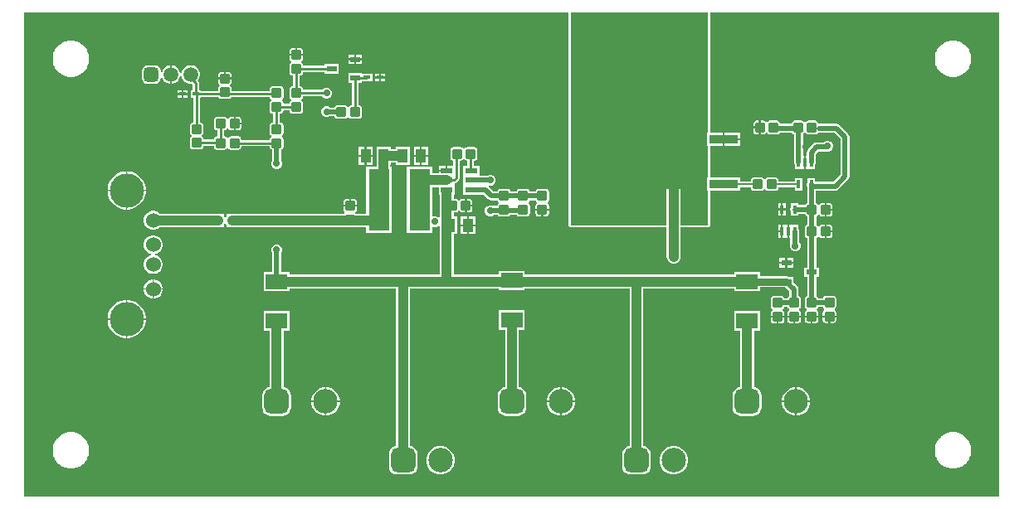
<source format=gtl>
G04*
G04 #@! TF.GenerationSoftware,Altium Limited,Altium Designer,23.4.1 (23)*
G04*
G04 Layer_Physical_Order=1*
G04 Layer_Color=255*
%FSLAX44Y44*%
%MOMM*%
G71*
G04*
G04 #@! TF.SameCoordinates,1CC85F37-83BB-4277-A685-93E53EEA7533*
G04*
G04*
G04 #@! TF.FilePolarity,Positive*
G04*
G01*
G75*
%ADD10C,0.2500*%
%ADD11C,0.2000*%
%ADD33R,1.1000X0.6000*%
G04:AMPARAMS|DCode=34|XSize=0.95mm|YSize=0.97mm|CornerRadius=0.095mm|HoleSize=0mm|Usage=FLASHONLY|Rotation=90.000|XOffset=0mm|YOffset=0mm|HoleType=Round|Shape=RoundedRectangle|*
%AMROUNDEDRECTD34*
21,1,0.9500,0.7800,0,0,90.0*
21,1,0.7600,0.9700,0,0,90.0*
1,1,0.1900,0.3900,0.3800*
1,1,0.1900,0.3900,-0.3800*
1,1,0.1900,-0.3900,-0.3800*
1,1,0.1900,-0.3900,0.3800*
%
%ADD34ROUNDEDRECTD34*%
G04:AMPARAMS|DCode=35|XSize=0.95mm|YSize=0.97mm|CornerRadius=0.095mm|HoleSize=0mm|Usage=FLASHONLY|Rotation=180.000|XOffset=0mm|YOffset=0mm|HoleType=Round|Shape=RoundedRectangle|*
%AMROUNDEDRECTD35*
21,1,0.9500,0.7800,0,0,180.0*
21,1,0.7600,0.9700,0,0,180.0*
1,1,0.1900,-0.3800,0.3900*
1,1,0.1900,0.3800,0.3900*
1,1,0.1900,0.3800,-0.3900*
1,1,0.1900,-0.3800,-0.3900*
%
%ADD35ROUNDEDRECTD35*%
%ADD36R,0.4000X0.9000*%
%ADD37R,7.3000X5.5500*%
%ADD38R,2.9500X0.9500*%
%ADD39R,0.7000X0.9000*%
%ADD40R,1.0500X1.4000*%
%ADD41R,2.2000X1.6000*%
%ADD42R,1.2500X0.6000*%
%ADD43R,0.6500X0.3000*%
%ADD44R,1.0000X0.6000*%
%ADD45R,2.1500X6.3000*%
%ADD46C,0.5000*%
%ADD47C,1.0000*%
%ADD48C,0.7500*%
%ADD49C,1.5240*%
%ADD50C,3.5000*%
G04:AMPARAMS|DCode=51|XSize=1.5mm|YSize=1.5mm|CornerRadius=0.375mm|HoleSize=0mm|Usage=FLASHONLY|Rotation=180.000|XOffset=0mm|YOffset=0mm|HoleType=Round|Shape=RoundedRectangle|*
%AMROUNDEDRECTD51*
21,1,1.5000,0.7500,0,0,180.0*
21,1,0.7500,1.5000,0,0,180.0*
1,1,0.7500,-0.3750,0.3750*
1,1,0.7500,0.3750,0.3750*
1,1,0.7500,0.3750,-0.3750*
1,1,0.7500,-0.3750,-0.3750*
%
%ADD51ROUNDEDRECTD51*%
%ADD52C,1.5000*%
G04:AMPARAMS|DCode=53|XSize=2.5mm|YSize=2.5mm|CornerRadius=0.625mm|HoleSize=0mm|Usage=FLASHONLY|Rotation=90.000|XOffset=0mm|YOffset=0mm|HoleType=Round|Shape=RoundedRectangle|*
%AMROUNDEDRECTD53*
21,1,2.5000,1.2500,0,0,90.0*
21,1,1.2500,2.5000,0,0,90.0*
1,1,1.2500,0.6250,0.6250*
1,1,1.2500,0.6250,-0.6250*
1,1,1.2500,-0.6250,-0.6250*
1,1,1.2500,-0.6250,0.6250*
%
%ADD53ROUNDEDRECTD53*%
%ADD54C,2.5000*%
%ADD55C,0.7000*%
G36*
X997515Y2612D02*
X2612D01*
Y497515D01*
X557961D01*
Y280000D01*
X558116Y279220D01*
X558558Y278558D01*
X559220Y278116D01*
X560000Y277961D01*
X657940D01*
Y266000D01*
Y257000D01*
Y248000D01*
X658180Y246173D01*
X658885Y244470D01*
X660007Y243008D01*
X661470Y241886D01*
X663173Y241180D01*
X665000Y240940D01*
X666827Y241180D01*
X668530Y241886D01*
X669992Y243008D01*
X671115Y244470D01*
X671820Y246173D01*
X672060Y248000D01*
Y257000D01*
Y266000D01*
Y277961D01*
X700000D01*
X700780Y278116D01*
X701442Y278558D01*
X701572Y278688D01*
X702014Y279349D01*
X702169Y280130D01*
Y315650D01*
X732750D01*
Y318941D01*
X744092D01*
Y318100D01*
X744321Y316949D01*
X744973Y315973D01*
X745949Y315321D01*
X747100Y315092D01*
X754700D01*
X755851Y315321D01*
X756827Y315973D01*
X757294Y316673D01*
X757732Y316771D01*
X758268D01*
X758706Y316673D01*
X759173Y315973D01*
X760149Y315321D01*
X761300Y315092D01*
X768900D01*
X770051Y315321D01*
X771027Y315973D01*
X771679Y316949D01*
X771908Y318100D01*
Y318941D01*
X788500D01*
Y315250D01*
X796500D01*
Y328250D01*
X788500D01*
Y325059D01*
X771908D01*
Y325900D01*
X771679Y327051D01*
X771027Y328027D01*
X770051Y328679D01*
X768900Y328908D01*
X761300D01*
X760149Y328679D01*
X759173Y328027D01*
X758706Y327327D01*
X758268Y327229D01*
X757732D01*
X757294Y327327D01*
X756827Y328027D01*
X755851Y328679D01*
X754700Y328908D01*
X747100D01*
X745949Y328679D01*
X744973Y328027D01*
X744321Y327051D01*
X744092Y325900D01*
Y325059D01*
X732750D01*
Y329150D01*
X702169D01*
Y361250D01*
X715000D01*
Y368000D01*
Y374750D01*
X702169D01*
Y497515D01*
X997515D01*
Y2612D01*
D02*
G37*
G36*
X700130Y374750D02*
X699250D01*
Y361250D01*
X700130D01*
Y329150D01*
X699250D01*
Y315650D01*
X700130D01*
Y280130D01*
X700000Y280000D01*
X672060D01*
Y333200D01*
X671820Y335027D01*
X671115Y336730D01*
X669992Y338192D01*
X657992Y350192D01*
X656530Y351315D01*
X654827Y352020D01*
X653000Y352260D01*
X651173Y352020D01*
X649470Y351315D01*
X648008Y350192D01*
X646886Y348730D01*
X646180Y347027D01*
X645940Y345200D01*
X646180Y343373D01*
X646886Y341670D01*
X648008Y340207D01*
X657940Y330275D01*
Y280000D01*
X560000D01*
Y497515D01*
X700130D01*
Y374750D01*
D02*
G37*
%LPC*%
G36*
X283900Y461008D02*
X281000D01*
Y455200D01*
X286908D01*
Y458000D01*
X286679Y459151D01*
X286027Y460127D01*
X285051Y460779D01*
X283900Y461008D01*
D02*
G37*
G36*
X279000D02*
X276100D01*
X274949Y460779D01*
X273973Y460127D01*
X273321Y459151D01*
X273092Y458000D01*
Y455200D01*
X279000D01*
Y461008D01*
D02*
G37*
G36*
X347000Y454500D02*
X341000D01*
Y450500D01*
X347000D01*
Y454500D01*
D02*
G37*
G36*
X339000D02*
X333000D01*
Y450500D01*
X339000D01*
Y454500D01*
D02*
G37*
G36*
X347000Y448500D02*
X341000D01*
Y444500D01*
X347000D01*
Y448500D01*
D02*
G37*
G36*
X339000D02*
X333000D01*
Y444500D01*
X339000D01*
Y448500D01*
D02*
G37*
G36*
X371000Y434500D02*
X366750D01*
Y432000D01*
X371000D01*
Y434500D01*
D02*
G37*
G36*
X364750D02*
X360500D01*
Y432000D01*
X364750D01*
Y434500D01*
D02*
G37*
G36*
X951639Y468613D02*
X948488D01*
X948241Y468563D01*
X947990D01*
X944899Y467949D01*
X944667Y467853D01*
X944421Y467804D01*
X941509Y466597D01*
X941301Y466458D01*
X941068Y466362D01*
X938448Y464611D01*
X938270Y464433D01*
X938062Y464294D01*
X935833Y462065D01*
X935694Y461856D01*
X935516Y461679D01*
X933765Y459058D01*
X933669Y458826D01*
X933530Y458618D01*
X932323Y455706D01*
X932274Y455460D01*
X932178Y455228D01*
X931563Y452137D01*
Y451886D01*
X931515Y451639D01*
Y448488D01*
X931563Y448241D01*
Y447990D01*
X932178Y444899D01*
X932274Y444667D01*
X932323Y444421D01*
X933530Y441509D01*
X933669Y441301D01*
X933765Y441068D01*
X935516Y438448D01*
X935694Y438270D01*
X935833Y438062D01*
X938062Y435833D01*
X938270Y435694D01*
X938448Y435516D01*
X941068Y433765D01*
X941301Y433669D01*
X941509Y433530D01*
X944421Y432323D01*
X944667Y432274D01*
X944899Y432178D01*
X947990Y431563D01*
X948241D01*
X948488Y431515D01*
X951639D01*
X951886Y431563D01*
X952137D01*
X955228Y432178D01*
X955460Y432274D01*
X955706Y432323D01*
X958618Y433530D01*
X958827Y433669D01*
X959058Y433765D01*
X961679Y435516D01*
X961857Y435694D01*
X962065Y435833D01*
X964294Y438062D01*
X964433Y438270D01*
X964611Y438448D01*
X966362Y441068D01*
X966458Y441301D01*
X966597Y441509D01*
X967803Y444421D01*
X967852Y444667D01*
X967949Y444899D01*
X968564Y447990D01*
Y448242D01*
X968612Y448488D01*
Y451639D01*
X968564Y451885D01*
Y452137D01*
X967949Y455228D01*
X967852Y455460D01*
X967803Y455706D01*
X966597Y458618D01*
X966458Y458826D01*
X966362Y459058D01*
X964611Y461679D01*
X964433Y461857D01*
X964294Y462065D01*
X962065Y464294D01*
X961857Y464433D01*
X961679Y464611D01*
X959058Y466362D01*
X958826Y466458D01*
X958618Y466597D01*
X955706Y467804D01*
X955460Y467853D01*
X955228Y467949D01*
X952137Y468563D01*
X951886D01*
X951639Y468613D01*
D02*
G37*
G36*
X51639D02*
X48488D01*
X48242Y468563D01*
X47990D01*
X44899Y467949D01*
X44667Y467853D01*
X44421Y467804D01*
X41509Y466597D01*
X41301Y466458D01*
X41069Y466362D01*
X38448Y464611D01*
X38270Y464433D01*
X38062Y464294D01*
X35833Y462065D01*
X35694Y461856D01*
X35516Y461679D01*
X33765Y459058D01*
X33669Y458826D01*
X33530Y458618D01*
X32323Y455706D01*
X32274Y455460D01*
X32178Y455228D01*
X31563Y452137D01*
Y451886D01*
X31514Y451639D01*
Y448488D01*
X31563Y448241D01*
Y447990D01*
X32178Y444899D01*
X32274Y444667D01*
X32323Y444421D01*
X33530Y441509D01*
X33669Y441301D01*
X33765Y441068D01*
X35516Y438448D01*
X35694Y438270D01*
X35833Y438062D01*
X38062Y435833D01*
X38270Y435694D01*
X38448Y435516D01*
X41069Y433765D01*
X41301Y433669D01*
X41509Y433530D01*
X44421Y432323D01*
X44667Y432274D01*
X44899Y432178D01*
X47990Y431563D01*
X48241D01*
X48488Y431515D01*
X51639D01*
X51886Y431563D01*
X52137D01*
X55228Y432178D01*
X55460Y432274D01*
X55706Y432323D01*
X58618Y433530D01*
X58826Y433669D01*
X59058Y433765D01*
X61679Y435516D01*
X61857Y435694D01*
X62065Y435833D01*
X64294Y438062D01*
X64433Y438270D01*
X64611Y438448D01*
X66362Y441068D01*
X66458Y441301D01*
X66597Y441509D01*
X67804Y444421D01*
X67853Y444667D01*
X67949Y444899D01*
X68563Y447990D01*
Y448242D01*
X68612Y448488D01*
Y451639D01*
X68563Y451885D01*
Y452137D01*
X67949Y455228D01*
X67853Y455460D01*
X67804Y455706D01*
X66597Y458618D01*
X66458Y458826D01*
X66362Y459058D01*
X64611Y461679D01*
X64433Y461857D01*
X64294Y462065D01*
X62065Y464294D01*
X61856Y464433D01*
X61679Y464611D01*
X59058Y466362D01*
X58826Y466458D01*
X58618Y466597D01*
X55706Y467804D01*
X55460Y467853D01*
X55228Y467949D01*
X52137Y468563D01*
X51885D01*
X51639Y468613D01*
D02*
G37*
G36*
X210900Y436808D02*
X208000D01*
Y431000D01*
X213908D01*
Y433800D01*
X213679Y434951D01*
X213027Y435927D01*
X212051Y436579D01*
X210900Y436808D01*
D02*
G37*
G36*
X206000D02*
X203100D01*
X201949Y436579D01*
X200973Y435927D01*
X200321Y434951D01*
X200092Y433800D01*
Y431000D01*
X206000D01*
Y436808D01*
D02*
G37*
G36*
X371000Y430000D02*
X366750D01*
Y427500D01*
X371000D01*
Y430000D01*
D02*
G37*
G36*
X364750D02*
X360500D01*
Y427500D01*
X364750D01*
Y430000D01*
D02*
G37*
G36*
X135900Y443613D02*
X128400D01*
X126157Y443166D01*
X124255Y441895D01*
X122984Y439994D01*
X122537Y437750D01*
Y430250D01*
X122984Y428007D01*
X124255Y426105D01*
X126157Y424834D01*
X128400Y424387D01*
X135900D01*
X138144Y424834D01*
X140045Y426105D01*
X141316Y428007D01*
X141763Y430250D01*
Y431154D01*
X143033Y431321D01*
X143297Y430333D01*
X144548Y428167D01*
X146317Y426398D01*
X148483Y425147D01*
X150899Y424500D01*
X151400D01*
Y434000D01*
Y443500D01*
X150899D01*
X148483Y442853D01*
X146317Y441602D01*
X144548Y439833D01*
X143297Y437667D01*
X143033Y436679D01*
X141763Y436846D01*
Y437750D01*
X141316Y439994D01*
X140045Y441895D01*
X138144Y443166D01*
X135900Y443613D01*
D02*
G37*
G36*
X169400Y417500D02*
X165150D01*
Y415000D01*
X169400D01*
Y417500D01*
D02*
G37*
G36*
X163150D02*
X158900D01*
Y415000D01*
X163150D01*
Y417500D01*
D02*
G37*
G36*
X169400Y413000D02*
X165150D01*
Y410500D01*
X169400D01*
Y413000D01*
D02*
G37*
G36*
X163150D02*
X158900D01*
Y410500D01*
X163150D01*
Y413000D01*
D02*
G37*
G36*
X286908Y453200D02*
X280000D01*
X273092D01*
Y450400D01*
X273321Y449249D01*
X273973Y448273D01*
X274673Y447806D01*
X274771Y447368D01*
Y446832D01*
X274673Y446394D01*
X273973Y445927D01*
X273321Y444951D01*
X273092Y443800D01*
Y436200D01*
X273321Y435049D01*
X273973Y434073D01*
X274949Y433421D01*
X276100Y433192D01*
X276686D01*
Y421908D01*
X276100D01*
X274949Y421679D01*
X273973Y421027D01*
X273321Y420051D01*
X273092Y418900D01*
Y411300D01*
X273321Y410149D01*
X273973Y409173D01*
X274673Y408706D01*
X274771Y408268D01*
Y407732D01*
X274673Y407294D01*
X273973Y406827D01*
X273321Y405851D01*
X273092Y404700D01*
Y404214D01*
X266908D01*
Y404700D01*
X266679Y405851D01*
X266027Y406827D01*
X265327Y407294D01*
X265229Y407732D01*
Y408268D01*
X265327Y408706D01*
X266027Y409173D01*
X266679Y410149D01*
X266908Y411300D01*
Y418900D01*
X266679Y420051D01*
X266027Y421027D01*
X265051Y421679D01*
X263900Y421908D01*
X256100D01*
X254949Y421679D01*
X253973Y421027D01*
X253321Y420051D01*
X253092Y418900D01*
Y417314D01*
X213908D01*
Y419600D01*
X213679Y420751D01*
X213027Y421727D01*
X212327Y422194D01*
X212229Y422632D01*
Y423168D01*
X212327Y423606D01*
X213027Y424073D01*
X213679Y425049D01*
X213908Y426200D01*
Y429000D01*
X207000D01*
X200092D01*
Y426200D01*
X200321Y425049D01*
X200973Y424073D01*
X201673Y423606D01*
X201771Y423168D01*
Y422632D01*
X201673Y422194D01*
X200973Y421727D01*
X200321Y420751D01*
X200092Y419600D01*
Y417314D01*
X182900D01*
Y417500D01*
X180964D01*
Y425117D01*
X180711Y426386D01*
X179993Y427461D01*
X179519Y427934D01*
X179752Y428167D01*
X181003Y430333D01*
X181650Y432749D01*
Y435251D01*
X181003Y437667D01*
X179752Y439833D01*
X177983Y441602D01*
X175817Y442853D01*
X173401Y443500D01*
X170899D01*
X168483Y442853D01*
X166317Y441602D01*
X164548Y439833D01*
X163297Y437667D01*
X162807Y435838D01*
X161493D01*
X161003Y437667D01*
X159752Y439833D01*
X157983Y441602D01*
X155817Y442853D01*
X153401Y443500D01*
X152900D01*
Y434000D01*
Y424500D01*
X153401D01*
X155817Y425147D01*
X157983Y426398D01*
X159752Y428167D01*
X161003Y430333D01*
X161493Y432162D01*
X162807D01*
X163297Y430333D01*
X164548Y428167D01*
X166317Y426398D01*
X168483Y425147D01*
X170899Y424500D01*
X173401D01*
X174336Y423668D01*
Y417500D01*
X172400D01*
Y410500D01*
X174915D01*
Y385140D01*
X174329D01*
X173178Y384911D01*
X172202Y384259D01*
X171550Y383283D01*
X171321Y382132D01*
Y374532D01*
X171550Y373381D01*
X172202Y372405D01*
X172902Y371937D01*
X173000Y371500D01*
Y370964D01*
X172902Y370526D01*
X172202Y370059D01*
X171550Y369083D01*
X171321Y367932D01*
Y360332D01*
X171550Y359181D01*
X172202Y358205D01*
X173178Y357553D01*
X174329Y357324D01*
X182129D01*
X183280Y357553D01*
X184255Y358205D01*
X184907Y359181D01*
X185136Y360332D01*
Y360802D01*
X196092D01*
Y360100D01*
X196321Y358949D01*
X196973Y357973D01*
X197949Y357321D01*
X199100Y357092D01*
X206700D01*
X207851Y357321D01*
X208827Y357973D01*
X209294Y358673D01*
X209732Y358771D01*
X210268D01*
X210706Y358673D01*
X211173Y357973D01*
X212149Y357321D01*
X213300Y357092D01*
X220900D01*
X222051Y357321D01*
X223027Y357973D01*
X223679Y358949D01*
X223908Y360100D01*
Y360686D01*
X253092D01*
Y360200D01*
X253321Y359049D01*
X253973Y358073D01*
X254949Y357421D01*
X255412Y357329D01*
Y346190D01*
X255337Y346115D01*
X254500Y344094D01*
Y341906D01*
X255337Y339884D01*
X256884Y338337D01*
X258906Y337500D01*
X261094D01*
X263116Y338337D01*
X264663Y339884D01*
X265500Y341906D01*
Y344094D01*
X264663Y346115D01*
X264588Y346190D01*
Y357329D01*
X265051Y357421D01*
X266027Y358073D01*
X266679Y359049D01*
X266908Y360200D01*
Y367800D01*
X266679Y368951D01*
X266027Y369927D01*
X265327Y370394D01*
X265229Y370832D01*
Y371368D01*
X265327Y371806D01*
X266027Y372273D01*
X266679Y373249D01*
X266908Y374400D01*
Y382000D01*
X266679Y383151D01*
X266027Y384127D01*
X265051Y384779D01*
X263900Y385008D01*
X263314D01*
Y394092D01*
X263900D01*
X265051Y394321D01*
X266027Y394973D01*
X266679Y395949D01*
X266908Y397100D01*
Y397586D01*
X273092D01*
Y397100D01*
X273321Y395949D01*
X273973Y394973D01*
X274949Y394321D01*
X276100Y394092D01*
X283900D01*
X285051Y394321D01*
X286027Y394973D01*
X286679Y395949D01*
X286908Y397100D01*
Y404700D01*
X286679Y405851D01*
X286027Y406827D01*
X285327Y407294D01*
X285229Y407732D01*
Y408268D01*
X285327Y408706D01*
X286027Y409173D01*
X286679Y410149D01*
X286908Y411300D01*
Y411686D01*
X306535D01*
X307885Y410337D01*
X309906Y409500D01*
X312094D01*
X314116Y410337D01*
X315663Y411884D01*
X316500Y413906D01*
Y416094D01*
X315663Y418116D01*
X314116Y419663D01*
X312094Y420500D01*
X309906D01*
X307885Y419663D01*
X306535Y418314D01*
X286908D01*
Y418900D01*
X286679Y420051D01*
X286027Y421027D01*
X285051Y421679D01*
X283900Y421908D01*
X283314D01*
Y433192D01*
X283900D01*
X285051Y433421D01*
X286027Y434073D01*
X286679Y435049D01*
X286908Y436200D01*
Y436686D01*
X309000D01*
Y435000D01*
X323000D01*
Y445000D01*
X309000D01*
Y443314D01*
X286908D01*
Y443800D01*
X286679Y444951D01*
X286027Y445927D01*
X285327Y446394D01*
X285229Y446832D01*
Y447368D01*
X285327Y447806D01*
X286027Y448273D01*
X286679Y449249D01*
X286908Y450400D01*
Y453200D01*
D02*
G37*
G36*
X347000Y435500D02*
X333000D01*
Y425500D01*
X336686D01*
Y402408D01*
X336200D01*
X335049Y402179D01*
X334073Y401527D01*
X333606Y400827D01*
X333168Y400729D01*
X332632D01*
X332194Y400827D01*
X331727Y401527D01*
X330751Y402179D01*
X329600Y402408D01*
X322000D01*
X320849Y402179D01*
X319873Y401527D01*
X319221Y400551D01*
X319179Y400338D01*
X314440D01*
X314116Y400663D01*
X312094Y401500D01*
X309906D01*
X307885Y400663D01*
X306337Y399115D01*
X305500Y397094D01*
Y394906D01*
X306337Y392884D01*
X307885Y391337D01*
X309906Y390500D01*
X312094D01*
X313692Y391162D01*
X319079D01*
X319221Y390449D01*
X319873Y389473D01*
X320849Y388821D01*
X322000Y388592D01*
X329600D01*
X330751Y388821D01*
X331727Y389473D01*
X332194Y390173D01*
X332632Y390271D01*
X333168D01*
X333606Y390173D01*
X334073Y389473D01*
X335049Y388821D01*
X336200Y388592D01*
X343800D01*
X344951Y388821D01*
X345927Y389473D01*
X346579Y390449D01*
X346808Y391600D01*
Y399400D01*
X346579Y400551D01*
X345927Y401527D01*
X344951Y402179D01*
X343800Y402408D01*
X343314D01*
Y425500D01*
X347000D01*
Y427436D01*
X352000D01*
X352320Y427500D01*
X357500D01*
Y434500D01*
X347000D01*
Y435500D01*
D02*
G37*
G36*
X809900Y386908D02*
X802300D01*
X801149Y386679D01*
X800173Y386027D01*
X799706Y385327D01*
X799268Y385229D01*
X798732D01*
X798294Y385327D01*
X797827Y386027D01*
X796851Y386679D01*
X795700Y386908D01*
X788100D01*
X786949Y386679D01*
X785973Y386027D01*
X785321Y385051D01*
X785092Y383900D01*
Y383588D01*
X773908D01*
Y383900D01*
X773679Y385051D01*
X773027Y386027D01*
X772051Y386679D01*
X770900Y386908D01*
X763300D01*
X762149Y386679D01*
X761173Y386027D01*
X760706Y385327D01*
X760268Y385229D01*
X759732D01*
X759294Y385327D01*
X758827Y386027D01*
X757851Y386679D01*
X756700Y386908D01*
X753900D01*
Y380000D01*
Y373092D01*
X756700D01*
X757851Y373321D01*
X758827Y373973D01*
X759294Y374673D01*
X759732Y374771D01*
X760268D01*
X760706Y374673D01*
X761173Y373973D01*
X762149Y373321D01*
X763300Y373092D01*
X770900D01*
X772051Y373321D01*
X773027Y373973D01*
X773320Y374412D01*
X785680D01*
X785973Y373973D01*
X786949Y373321D01*
X787912Y373130D01*
Y344250D01*
X788261Y342494D01*
X788500Y342137D01*
Y337750D01*
X798000D01*
Y344250D01*
Y350750D01*
X797088D01*
Y373480D01*
X797827Y373973D01*
X798294Y374673D01*
X798732Y374771D01*
X799268D01*
X799706Y374673D01*
X800173Y373973D01*
X801149Y373321D01*
X802300Y373092D01*
X809900D01*
X811051Y373321D01*
X812027Y373973D01*
X812423Y374566D01*
X813200Y374412D01*
X829100D01*
X835412Y368100D01*
Y331900D01*
X828100Y324588D01*
X809500D01*
Y328250D01*
X801500D01*
Y323863D01*
X801261Y323506D01*
X800912Y321750D01*
Y320500D01*
X801212Y318992D01*
Y302691D01*
X801149Y302679D01*
X800173Y302027D01*
X799521Y301051D01*
X799454Y300713D01*
X792500D01*
Y302750D01*
X784500D01*
Y298363D01*
X784261Y298006D01*
X783912Y296250D01*
X784261Y294494D01*
X784500Y294137D01*
Y289750D01*
X792500D01*
Y291537D01*
X799404D01*
X799521Y290949D01*
X800173Y289973D01*
X801149Y289321D01*
X801462Y289259D01*
Y280781D01*
X800949Y280679D01*
X799973Y280027D01*
X799321Y279051D01*
X799092Y277900D01*
Y270100D01*
X799321Y268949D01*
X799973Y267973D01*
X800949Y267321D01*
X801462Y267219D01*
Y237000D01*
X798500D01*
Y227000D01*
X801412D01*
Y207771D01*
X800949Y207679D01*
X799973Y207027D01*
X799321Y206051D01*
X799092Y204900D01*
Y197300D01*
X799321Y196149D01*
X799973Y195173D01*
X800673Y194706D01*
X800771Y194268D01*
Y193732D01*
X800673Y193294D01*
X799973Y192827D01*
X799321Y191851D01*
X799092Y190700D01*
Y187900D01*
X806000D01*
X812908D01*
Y190700D01*
X812679Y191851D01*
X812027Y192827D01*
X811327Y193294D01*
X811229Y193732D01*
Y194268D01*
X811327Y194706D01*
X812027Y195173D01*
X812679Y196149D01*
X812751Y196512D01*
X817249D01*
X817321Y196149D01*
X817973Y195173D01*
X818673Y194706D01*
X818771Y194268D01*
Y193732D01*
X818673Y193294D01*
X817973Y192827D01*
X817321Y191851D01*
X817092Y190700D01*
Y187900D01*
X824000D01*
X830908D01*
Y190700D01*
X830679Y191851D01*
X830027Y192827D01*
X829327Y193294D01*
X829229Y193732D01*
Y194268D01*
X829327Y194706D01*
X830027Y195173D01*
X830679Y196149D01*
X830908Y197300D01*
Y204900D01*
X830679Y206051D01*
X830027Y207027D01*
X829051Y207679D01*
X827900Y207908D01*
X820100D01*
X818949Y207679D01*
X817973Y207027D01*
X817321Y206051D01*
X817249Y205688D01*
X812751D01*
X812679Y206051D01*
X812027Y207027D01*
X811051Y207679D01*
X810588Y207771D01*
Y227000D01*
X813500D01*
Y237000D01*
X810638D01*
Y267279D01*
X810851Y267321D01*
X811827Y267973D01*
X812294Y268673D01*
X812732Y268771D01*
X813268D01*
X813706Y268673D01*
X814173Y267973D01*
X815149Y267321D01*
X816300Y267092D01*
X819100D01*
Y274000D01*
Y280908D01*
X816300D01*
X815149Y280679D01*
X814173Y280027D01*
X813706Y279327D01*
X813268Y279229D01*
X812732D01*
X812294Y279327D01*
X811827Y280027D01*
X810851Y280679D01*
X810638Y280721D01*
Y289239D01*
X811051Y289321D01*
X812027Y289973D01*
X812495Y290673D01*
X812932Y290771D01*
X813468D01*
X813906Y290673D01*
X814373Y289973D01*
X815349Y289321D01*
X816500Y289092D01*
X819300D01*
Y296000D01*
Y302908D01*
X816500D01*
X815349Y302679D01*
X814373Y302027D01*
X813906Y301327D01*
X813468Y301229D01*
X812932D01*
X812495Y301327D01*
X812027Y302027D01*
X811051Y302679D01*
X810388Y302811D01*
Y315412D01*
X830000D01*
X831756Y315761D01*
X833244Y316756D01*
X843244Y326756D01*
X844239Y328244D01*
X844588Y330000D01*
Y370000D01*
X844239Y371756D01*
X843244Y373244D01*
X834244Y382244D01*
X832756Y383239D01*
X831000Y383588D01*
X813200D01*
X812908Y383828D01*
Y383900D01*
X812679Y385051D01*
X812027Y386027D01*
X811051Y386679D01*
X809900Y386908D01*
D02*
G37*
G36*
X751900D02*
X749100D01*
X747949Y386679D01*
X746973Y386027D01*
X746321Y385051D01*
X746092Y383900D01*
Y381000D01*
X751900D01*
Y386908D01*
D02*
G37*
G36*
Y379000D02*
X746092D01*
Y376100D01*
X746321Y374949D01*
X746973Y373973D01*
X747949Y373321D01*
X749100Y373092D01*
X751900D01*
Y379000D01*
D02*
G37*
G36*
X732750Y374750D02*
X717000D01*
Y369000D01*
X732750D01*
Y374750D01*
D02*
G37*
G36*
Y367000D02*
X717000D01*
Y361250D01*
X732750D01*
Y367000D01*
D02*
G37*
G36*
X461900Y359908D02*
X454300D01*
X453149Y359679D01*
X452173Y359027D01*
X451706Y358327D01*
X451268Y358229D01*
X450732D01*
X450294Y358327D01*
X449827Y359027D01*
X448851Y359679D01*
X447700Y359908D01*
X440100D01*
X438949Y359679D01*
X437973Y359027D01*
X437321Y358051D01*
X437092Y356900D01*
Y349100D01*
X437321Y347949D01*
X437973Y346973D01*
X438949Y346321D01*
X439936Y346125D01*
Y340500D01*
X434500D01*
Y335500D01*
X433500D01*
Y334500D01*
X425250D01*
Y333060D01*
X418500D01*
Y339500D01*
X393000D01*
Y272500D01*
X418500D01*
Y278053D01*
X419556Y278758D01*
X420406Y278406D01*
X422594D01*
X424616Y279243D01*
X425170Y279797D01*
X426440Y279271D01*
Y229660D01*
X273000D01*
Y232600D01*
X264588D01*
Y251810D01*
X264663Y251884D01*
X265500Y253906D01*
Y256094D01*
X264663Y258116D01*
X263116Y259663D01*
X261094Y260500D01*
X258906D01*
X256884Y259663D01*
X255337Y258116D01*
X254500Y256094D01*
Y253906D01*
X255337Y251884D01*
X255412Y251810D01*
Y232600D01*
X247000D01*
Y212600D01*
X273000D01*
Y215540D01*
X381940D01*
Y54465D01*
X380596Y54288D01*
X378589Y53456D01*
X376866Y52134D01*
X375544Y50411D01*
X374712Y48404D01*
X374429Y46250D01*
Y33750D01*
X374712Y31596D01*
X375544Y29589D01*
X376866Y27866D01*
X378589Y26544D01*
X380596Y25712D01*
X382750Y25429D01*
X395250D01*
X397404Y25712D01*
X399411Y26544D01*
X401134Y27866D01*
X402456Y29589D01*
X403288Y31596D01*
X403571Y33750D01*
Y46250D01*
X403288Y48404D01*
X402456Y50411D01*
X401134Y52134D01*
X399411Y53456D01*
X397404Y54288D01*
X396060Y54465D01*
Y215540D01*
X487000D01*
Y213600D01*
X513000D01*
Y215540D01*
X619940D01*
Y54465D01*
X618596Y54288D01*
X616589Y53456D01*
X614866Y52134D01*
X613544Y50411D01*
X612712Y48404D01*
X612429Y46250D01*
Y33750D01*
X612712Y31596D01*
X613544Y29589D01*
X614866Y27866D01*
X616589Y26544D01*
X618596Y25712D01*
X620750Y25429D01*
X633250D01*
X635404Y25712D01*
X637411Y26544D01*
X639134Y27866D01*
X640456Y29589D01*
X641288Y31596D01*
X641571Y33750D01*
Y46250D01*
X641288Y48404D01*
X640456Y50411D01*
X639134Y52134D01*
X637411Y53456D01*
X635404Y54288D01*
X634060Y54465D01*
Y215540D01*
X727000D01*
Y212600D01*
X753000D01*
Y216737D01*
X778634D01*
X779338Y216673D01*
X783312Y212700D01*
Y207751D01*
X782949Y207679D01*
X781973Y207027D01*
X781321Y206051D01*
X781229Y205588D01*
X777751D01*
X777679Y205951D01*
X777027Y206927D01*
X776051Y207579D01*
X774900Y207808D01*
X767100D01*
X765949Y207579D01*
X764973Y206927D01*
X764321Y205951D01*
X764092Y204800D01*
Y197200D01*
X764321Y196049D01*
X764973Y195073D01*
X765673Y194606D01*
X765771Y194168D01*
Y193632D01*
X765673Y193194D01*
X764973Y192727D01*
X764321Y191751D01*
X764092Y190600D01*
Y187800D01*
X771000D01*
X777908D01*
Y190600D01*
X777679Y191751D01*
X777027Y192727D01*
X776327Y193194D01*
X776229Y193632D01*
Y194168D01*
X776327Y194606D01*
X777027Y195073D01*
X777679Y196049D01*
X777751Y196412D01*
X781269D01*
X781321Y196149D01*
X781973Y195173D01*
X782673Y194706D01*
X782771Y194268D01*
Y193732D01*
X782673Y193294D01*
X781973Y192827D01*
X781321Y191851D01*
X781092Y190700D01*
Y187900D01*
X788000D01*
X794908D01*
Y190700D01*
X794679Y191851D01*
X794027Y192827D01*
X793327Y193294D01*
X793229Y193732D01*
Y194268D01*
X793327Y194706D01*
X794027Y195173D01*
X794679Y196149D01*
X794908Y197300D01*
Y204900D01*
X794679Y206051D01*
X794027Y207027D01*
X793051Y207679D01*
X792488Y207791D01*
Y214600D01*
X792139Y216356D01*
X791144Y217844D01*
X787500Y221489D01*
Y227500D01*
X782961D01*
X782725Y227691D01*
X780531Y228339D01*
X779431Y228439D01*
X779164Y228410D01*
X778900Y228463D01*
X753000D01*
Y232600D01*
X727000D01*
Y229660D01*
X513000D01*
Y233600D01*
X487000D01*
Y229660D01*
X440560D01*
Y271000D01*
X444000D01*
Y289000D01*
X440560D01*
Y293092D01*
X442700D01*
X443851Y293321D01*
X444827Y293973D01*
X445294Y294673D01*
X445732Y294771D01*
X446268D01*
X446706Y294673D01*
X447173Y293973D01*
X448149Y293321D01*
X449300Y293092D01*
X452100D01*
Y300000D01*
Y306908D01*
X449300D01*
X448149Y306679D01*
X447173Y306027D01*
X446706Y305327D01*
X446268Y305229D01*
X445732D01*
X445294Y305327D01*
X444827Y306027D01*
X443851Y306679D01*
X442700Y306908D01*
X440560D01*
Y311500D01*
X441750D01*
Y322836D01*
X442268Y322939D01*
X443343Y323657D01*
X445593Y325907D01*
X446311Y326982D01*
X446564Y328250D01*
Y346092D01*
X447700D01*
X448851Y346321D01*
X449827Y346973D01*
X450294Y347673D01*
X450732Y347771D01*
X451268D01*
X451706Y347673D01*
X452173Y346973D01*
X453149Y346321D01*
X454300Y346092D01*
X454786D01*
Y340500D01*
X450250D01*
Y330500D01*
Y321000D01*
Y311500D01*
X458557D01*
X459000Y311412D01*
X471100D01*
X475656Y306856D01*
X477144Y305861D01*
X478900Y305512D01*
X485249D01*
X485321Y305149D01*
X485973Y304173D01*
X486673Y303706D01*
X486771Y303268D01*
Y302732D01*
X486673Y302294D01*
X485973Y301827D01*
X485321Y300851D01*
X485159Y300038D01*
X480209D01*
X479094Y300500D01*
X476906D01*
X474884Y299663D01*
X473337Y298116D01*
X472500Y296094D01*
Y293906D01*
X473337Y291884D01*
X474884Y290337D01*
X476906Y289500D01*
X479094D01*
X481115Y290337D01*
X481640Y290862D01*
X485379D01*
X485973Y289973D01*
X486949Y289321D01*
X488100Y289092D01*
X495900D01*
X497051Y289321D01*
X498027Y289973D01*
X498621Y290862D01*
X504879D01*
X505473Y289973D01*
X506449Y289321D01*
X507600Y289092D01*
X515400D01*
X516551Y289321D01*
X517527Y289973D01*
X518179Y290949D01*
X518408Y292100D01*
Y299700D01*
X518179Y300851D01*
X517527Y301827D01*
X516827Y302294D01*
X516729Y302732D01*
Y303268D01*
X516827Y303706D01*
X517527Y304173D01*
X518179Y305149D01*
X518251Y305512D01*
X524249D01*
X524321Y305149D01*
X524973Y304173D01*
X525673Y303706D01*
X525771Y303268D01*
Y302732D01*
X525673Y302294D01*
X524973Y301827D01*
X524321Y300851D01*
X524092Y299700D01*
Y296900D01*
X531000D01*
X537908D01*
Y299700D01*
X537679Y300851D01*
X537027Y301827D01*
X536327Y302294D01*
X536229Y302732D01*
Y303268D01*
X536327Y303706D01*
X537027Y304173D01*
X537679Y305149D01*
X537908Y306300D01*
Y313900D01*
X537679Y315051D01*
X537027Y316027D01*
X536051Y316679D01*
X534900Y316908D01*
X527100D01*
X525949Y316679D01*
X524973Y316027D01*
X524321Y315051D01*
X524249Y314688D01*
X518251D01*
X518179Y315051D01*
X517527Y316027D01*
X516551Y316679D01*
X515400Y316908D01*
X507600D01*
X506449Y316679D01*
X505473Y316027D01*
X504821Y315051D01*
X504749Y314688D01*
X498751D01*
X498679Y315051D01*
X498027Y316027D01*
X497051Y316679D01*
X495900Y316908D01*
X488100D01*
X486949Y316679D01*
X485973Y316027D01*
X485321Y315051D01*
X485249Y314688D01*
X480801D01*
X476244Y319244D01*
X475633Y319653D01*
X476235Y320778D01*
X476906Y320500D01*
X479094D01*
X481115Y321337D01*
X482663Y322884D01*
X483500Y324906D01*
Y327094D01*
X482663Y329115D01*
X481115Y330663D01*
X479094Y331500D01*
X476906D01*
X474884Y330663D01*
X474810Y330588D01*
X466750D01*
Y340500D01*
X461414D01*
Y346092D01*
X461900D01*
X463051Y346321D01*
X464027Y346973D01*
X464679Y347949D01*
X464908Y349100D01*
Y356900D01*
X464679Y358051D01*
X464027Y359027D01*
X463051Y359679D01*
X461900Y359908D01*
D02*
G37*
G36*
X396000Y360000D02*
X381500D01*
Y358060D01*
X376500D01*
Y360000D01*
X362000D01*
Y351209D01*
X361940Y350750D01*
Y339500D01*
X351500D01*
Y292060D01*
X340677D01*
X340327Y292294D01*
X340229Y292732D01*
Y293268D01*
X340327Y293706D01*
X341027Y294173D01*
X341679Y295149D01*
X341908Y296300D01*
Y299100D01*
X335000D01*
X328092D01*
Y296300D01*
X328321Y295149D01*
X328973Y294173D01*
X329067Y294111D01*
X329264Y292591D01*
X328780Y292060D01*
X214500D01*
X212673Y291820D01*
X211901Y291500D01*
X209000D01*
Y289331D01*
X208386Y288530D01*
X208187Y288052D01*
X206813D01*
X206614Y288530D01*
X206000Y289331D01*
Y291500D01*
X203099D01*
X202327Y291820D01*
X200500Y292060D01*
X140544D01*
X139907Y292698D01*
X137713Y293964D01*
X135267Y294620D01*
X132733D01*
X130287Y293964D01*
X128093Y292698D01*
X126302Y290907D01*
X125036Y288713D01*
X124380Y286266D01*
Y283734D01*
X125036Y281287D01*
X126302Y279093D01*
X128093Y277302D01*
X130287Y276036D01*
X132733Y275380D01*
X135267D01*
X137713Y276036D01*
X139907Y277302D01*
X140544Y277940D01*
X200500D01*
X202327Y278180D01*
X203099Y278500D01*
X206000D01*
Y280669D01*
X206614Y281470D01*
X206813Y281948D01*
X208187D01*
X208386Y281470D01*
X209000Y280669D01*
Y278500D01*
X211901D01*
X212673Y278180D01*
X214500Y277940D01*
X351500D01*
Y272500D01*
X377000D01*
Y339500D01*
X376060D01*
Y342000D01*
X376500D01*
Y343940D01*
X381500D01*
Y342000D01*
X396000D01*
Y360000D01*
D02*
G37*
G36*
X414500D02*
X408250D01*
Y352000D01*
X414500D01*
Y360000D01*
D02*
G37*
G36*
X358000D02*
X351750D01*
Y352000D01*
X358000D01*
Y360000D01*
D02*
G37*
G36*
X349750D02*
X343500D01*
Y352000D01*
X349750D01*
Y360000D01*
D02*
G37*
G36*
X406250D02*
X400000D01*
Y352000D01*
X406250D01*
Y360000D01*
D02*
G37*
G36*
X414500Y350000D02*
X408250D01*
Y342000D01*
X414500D01*
Y350000D01*
D02*
G37*
G36*
X406250D02*
X400000D01*
Y342000D01*
X406250D01*
Y350000D01*
D02*
G37*
G36*
X358000D02*
X351750D01*
Y342000D01*
X358000D01*
Y350000D01*
D02*
G37*
G36*
X349750D02*
X343500D01*
Y342000D01*
X349750D01*
Y350000D01*
D02*
G37*
G36*
X823094Y366500D02*
X820906D01*
X818885Y365663D01*
X817853Y364632D01*
X811043D01*
X809287Y364282D01*
X807799Y363288D01*
X802256Y357744D01*
X801261Y356256D01*
X800912Y354500D01*
Y350750D01*
X800000D01*
Y344250D01*
Y337750D01*
X809500D01*
Y342137D01*
X809739Y342494D01*
X810088Y344250D01*
Y352599D01*
X812944Y355455D01*
X821043D01*
X821269Y355500D01*
X823094D01*
X825116Y356337D01*
X826663Y357884D01*
X827500Y359906D01*
Y362094D01*
X826663Y364115D01*
X825116Y365663D01*
X823094Y366500D01*
D02*
G37*
G36*
X432500Y340500D02*
X425250D01*
Y336500D01*
X432500D01*
Y340500D01*
D02*
G37*
G36*
X108821Y335200D02*
X107650D01*
Y316450D01*
X126400D01*
Y317621D01*
X125651Y321388D01*
X124181Y324937D01*
X122047Y328130D01*
X119331Y330847D01*
X116137Y332981D01*
X112588Y334451D01*
X108821Y335200D01*
D02*
G37*
G36*
X106150D02*
X104979D01*
X101212Y334451D01*
X97663Y332981D01*
X94469Y330847D01*
X91753Y328130D01*
X89619Y324937D01*
X88149Y321388D01*
X87400Y317621D01*
Y316450D01*
X106150D01*
Y335200D01*
D02*
G37*
G36*
X338900Y306908D02*
X336000D01*
Y301100D01*
X341908D01*
Y303900D01*
X341679Y305051D01*
X341027Y306027D01*
X340051Y306679D01*
X338900Y306908D01*
D02*
G37*
G36*
X334000D02*
X331100D01*
X329949Y306679D01*
X328973Y306027D01*
X328321Y305051D01*
X328092Y303900D01*
Y301100D01*
X334000D01*
Y306908D01*
D02*
G37*
G36*
X456900D02*
X454100D01*
Y301000D01*
X459908D01*
Y303900D01*
X459679Y305051D01*
X459027Y306027D01*
X458051Y306679D01*
X456900Y306908D01*
D02*
G37*
G36*
X779500Y302750D02*
X776500D01*
Y297250D01*
X779500D01*
Y302750D01*
D02*
G37*
G36*
X774500D02*
X771500D01*
Y297250D01*
X774500D01*
Y302750D01*
D02*
G37*
G36*
X824100Y302908D02*
X821300D01*
Y297000D01*
X827108D01*
Y299900D01*
X826879Y301051D01*
X826227Y302027D01*
X825251Y302679D01*
X824100Y302908D01*
D02*
G37*
G36*
X126400Y314950D02*
X107650D01*
Y296200D01*
X108821D01*
X112588Y296949D01*
X116137Y298419D01*
X119331Y300553D01*
X122047Y303269D01*
X124181Y306463D01*
X125651Y310012D01*
X126400Y313779D01*
Y314950D01*
D02*
G37*
G36*
X106150D02*
X87400D01*
Y313779D01*
X88149Y310012D01*
X89619Y306463D01*
X91753Y303269D01*
X94469Y300553D01*
X97663Y298419D01*
X101212Y296949D01*
X104979Y296200D01*
X106150D01*
Y314950D01*
D02*
G37*
G36*
X459908Y299000D02*
X454100D01*
Y293092D01*
X456900D01*
X458051Y293321D01*
X459027Y293973D01*
X459679Y294949D01*
X459908Y296100D01*
Y299000D01*
D02*
G37*
G36*
X779500Y295250D02*
X776500D01*
Y289750D01*
X779500D01*
Y295250D01*
D02*
G37*
G36*
X774500D02*
X771500D01*
Y289750D01*
X774500D01*
Y295250D01*
D02*
G37*
G36*
X827108Y295000D02*
X821300D01*
Y289092D01*
X824100D01*
X825251Y289321D01*
X826227Y289973D01*
X826879Y290949D01*
X827108Y292100D01*
Y295000D01*
D02*
G37*
G36*
X537908Y294900D02*
X532000D01*
Y289092D01*
X534900D01*
X536051Y289321D01*
X537027Y289973D01*
X537679Y290949D01*
X537908Y292100D01*
Y294900D01*
D02*
G37*
G36*
X530000D02*
X524092D01*
Y292100D01*
X524321Y290949D01*
X524973Y289973D01*
X525949Y289321D01*
X527100Y289092D01*
X530000D01*
Y294900D01*
D02*
G37*
G36*
X462500Y289000D02*
X456250D01*
Y281000D01*
X462500D01*
Y289000D01*
D02*
G37*
G36*
X454250D02*
X448000D01*
Y281000D01*
X454250D01*
Y289000D01*
D02*
G37*
G36*
X823900Y280908D02*
X821100D01*
Y275000D01*
X826908D01*
Y277900D01*
X826679Y279051D01*
X826027Y280027D01*
X825051Y280679D01*
X823900Y280908D01*
D02*
G37*
G36*
X774500Y280250D02*
X771500D01*
Y274750D01*
X774500D01*
Y280250D01*
D02*
G37*
G36*
X462500Y279000D02*
X456250D01*
Y271000D01*
X462500D01*
Y279000D01*
D02*
G37*
G36*
X454250D02*
X448000D01*
Y271000D01*
X454250D01*
Y279000D01*
D02*
G37*
G36*
X781000Y280250D02*
X776500D01*
Y273750D01*
Y267250D01*
X781000D01*
Y273750D01*
Y280250D01*
D02*
G37*
G36*
X774500Y272750D02*
X771500D01*
Y267250D01*
X774500D01*
Y272750D01*
D02*
G37*
G36*
X826908Y273000D02*
X821100D01*
Y267092D01*
X823900D01*
X825051Y267321D01*
X826027Y267973D01*
X826679Y268949D01*
X826908Y270100D01*
Y273000D01*
D02*
G37*
G36*
X792500Y280250D02*
X783000D01*
Y273750D01*
Y267250D01*
X784162D01*
Y261692D01*
X783500Y260094D01*
Y257906D01*
X784337Y255884D01*
X785884Y254337D01*
X787906Y253500D01*
X790094D01*
X792115Y254337D01*
X793663Y255884D01*
X794500Y257906D01*
Y260094D01*
X793663Y262115D01*
X793338Y262440D01*
Y273500D01*
X792989Y275256D01*
X792500Y275987D01*
Y280250D01*
D02*
G37*
G36*
X787500Y246500D02*
X781000D01*
Y242500D01*
X787500D01*
Y246500D01*
D02*
G37*
G36*
X779000D02*
X772500D01*
Y242500D01*
X779000D01*
Y246500D01*
D02*
G37*
G36*
X787500Y240500D02*
X781000D01*
Y236500D01*
X787500D01*
Y240500D01*
D02*
G37*
G36*
X779000D02*
X772500D01*
Y236500D01*
X779000D01*
Y240500D01*
D02*
G37*
G36*
X135267Y269620D02*
X132733D01*
X130287Y268964D01*
X128093Y267698D01*
X126302Y265907D01*
X125036Y263713D01*
X124380Y261266D01*
Y258734D01*
X125036Y256287D01*
X126302Y254093D01*
X128093Y252302D01*
X130287Y251036D01*
X131698Y250657D01*
Y249343D01*
X130287Y248964D01*
X128093Y247698D01*
X126302Y245907D01*
X125036Y243713D01*
X124380Y241266D01*
Y238734D01*
X125036Y236287D01*
X126302Y234093D01*
X128093Y232302D01*
X130287Y231036D01*
X132733Y230380D01*
X135267D01*
X137713Y231036D01*
X139907Y232302D01*
X141698Y234093D01*
X142964Y236287D01*
X143620Y238734D01*
Y241266D01*
X142964Y243713D01*
X141698Y245907D01*
X139907Y247698D01*
X137713Y248964D01*
X136302Y249343D01*
Y250657D01*
X137713Y251036D01*
X139907Y252302D01*
X141698Y254093D01*
X142964Y256287D01*
X143620Y258734D01*
Y261266D01*
X142964Y263713D01*
X141698Y265907D01*
X139907Y267698D01*
X137713Y268964D01*
X135267Y269620D01*
D02*
G37*
G36*
Y224620D02*
X134750D01*
Y215750D01*
X143620D01*
Y216266D01*
X142964Y218713D01*
X141698Y220907D01*
X139907Y222698D01*
X137713Y223964D01*
X135267Y224620D01*
D02*
G37*
G36*
X133250D02*
X132733D01*
X130287Y223964D01*
X128093Y222698D01*
X126302Y220907D01*
X125036Y218713D01*
X124380Y216266D01*
Y215750D01*
X133250D01*
Y224620D01*
D02*
G37*
G36*
X143620Y214250D02*
X134750D01*
Y205380D01*
X135267D01*
X137713Y206036D01*
X139907Y207302D01*
X141698Y209093D01*
X142964Y211287D01*
X143620Y213734D01*
Y214250D01*
D02*
G37*
G36*
X133250D02*
X124380D01*
Y213734D01*
X125036Y211287D01*
X126302Y209093D01*
X128093Y207302D01*
X130287Y206036D01*
X132733Y205380D01*
X133250D01*
Y214250D01*
D02*
G37*
G36*
X108821Y203800D02*
X107650D01*
Y185050D01*
X126400D01*
Y186221D01*
X125651Y189988D01*
X124181Y193537D01*
X122047Y196730D01*
X119331Y199447D01*
X116137Y201581D01*
X112588Y203051D01*
X108821Y203800D01*
D02*
G37*
G36*
X106150D02*
X104979D01*
X101212Y203051D01*
X97663Y201581D01*
X94469Y199447D01*
X91753Y196730D01*
X89619Y193537D01*
X88149Y189988D01*
X87400Y186221D01*
Y185050D01*
X106150D01*
Y203800D01*
D02*
G37*
G36*
X812908Y185900D02*
X807000D01*
Y180092D01*
X809900D01*
X811051Y180321D01*
X812027Y180973D01*
X812679Y181949D01*
X812908Y183100D01*
Y185900D01*
D02*
G37*
G36*
X805000D02*
X799092D01*
Y183100D01*
X799321Y181949D01*
X799973Y180973D01*
X800949Y180321D01*
X802100Y180092D01*
X805000D01*
Y185900D01*
D02*
G37*
G36*
X830908Y185900D02*
X825000D01*
Y180092D01*
X827900D01*
X829051Y180321D01*
X830027Y180973D01*
X830679Y181949D01*
X830908Y183100D01*
Y185900D01*
D02*
G37*
G36*
X823000D02*
X817092D01*
Y183100D01*
X817321Y181949D01*
X817973Y180973D01*
X818949Y180321D01*
X820100Y180092D01*
X823000D01*
Y185900D01*
D02*
G37*
G36*
X794908Y185900D02*
X789000D01*
Y180092D01*
X791900D01*
X793051Y180321D01*
X794027Y180973D01*
X794679Y181949D01*
X794908Y183100D01*
Y185900D01*
D02*
G37*
G36*
X787000D02*
X781092D01*
Y183100D01*
X781321Y181949D01*
X781973Y180973D01*
X782949Y180321D01*
X784100Y180092D01*
X787000D01*
Y185900D01*
D02*
G37*
G36*
X777908Y185800D02*
X772000D01*
Y179992D01*
X774900D01*
X776051Y180221D01*
X777027Y180873D01*
X777679Y181849D01*
X777908Y183000D01*
Y185800D01*
D02*
G37*
G36*
X770000D02*
X764092D01*
Y183000D01*
X764321Y181849D01*
X764973Y180873D01*
X765949Y180221D01*
X767100Y179992D01*
X770000D01*
Y185800D01*
D02*
G37*
G36*
X126400Y183550D02*
X107650D01*
Y164800D01*
X108821D01*
X112588Y165549D01*
X116137Y167019D01*
X119331Y169153D01*
X122047Y171870D01*
X124181Y175063D01*
X125651Y178612D01*
X126400Y182379D01*
Y183550D01*
D02*
G37*
G36*
X106150D02*
X87400D01*
Y182379D01*
X88149Y178612D01*
X89619Y175063D01*
X91753Y171870D01*
X94469Y169153D01*
X97663Y167019D01*
X101212Y165549D01*
X104979Y164800D01*
X106150D01*
Y183550D01*
D02*
G37*
G36*
X791909Y114501D02*
X790750D01*
Y100751D01*
X804500D01*
Y101910D01*
X803512Y105598D01*
X801603Y108904D01*
X798903Y111604D01*
X795597Y113513D01*
X791909Y114501D01*
D02*
G37*
G36*
X789250D02*
X788091D01*
X784403Y113513D01*
X781097Y111604D01*
X778397Y108904D01*
X776488Y105598D01*
X775500Y101910D01*
Y100751D01*
X789250D01*
Y114501D01*
D02*
G37*
G36*
X551909D02*
X550750D01*
Y100751D01*
X564500D01*
Y101910D01*
X563512Y105598D01*
X561603Y108904D01*
X558903Y111604D01*
X555597Y113513D01*
X551909Y114501D01*
D02*
G37*
G36*
X549250D02*
X548091D01*
X544403Y113513D01*
X541097Y111604D01*
X538397Y108904D01*
X536488Y105598D01*
X535500Y101910D01*
Y100751D01*
X549250D01*
Y114501D01*
D02*
G37*
G36*
X311909Y114500D02*
X310750D01*
Y100750D01*
X324500D01*
Y101909D01*
X323512Y105597D01*
X321603Y108903D01*
X318903Y111603D01*
X315597Y113512D01*
X311909Y114500D01*
D02*
G37*
G36*
X309250D02*
X308091D01*
X304403Y113512D01*
X301097Y111603D01*
X298397Y108903D01*
X296488Y105597D01*
X295500Y101909D01*
Y100750D01*
X309250D01*
Y114500D01*
D02*
G37*
G36*
X804500Y99251D02*
X790750D01*
Y85501D01*
X791909D01*
X795597Y86489D01*
X798903Y88398D01*
X801603Y91098D01*
X803512Y94404D01*
X804500Y98092D01*
Y99251D01*
D02*
G37*
G36*
X789250D02*
X775500D01*
Y98092D01*
X776488Y94404D01*
X778397Y91098D01*
X781097Y88398D01*
X784403Y86489D01*
X788091Y85501D01*
X789250D01*
Y99251D01*
D02*
G37*
G36*
X564500Y99251D02*
X550750D01*
Y85501D01*
X551909D01*
X555597Y86489D01*
X558903Y88398D01*
X561603Y91098D01*
X563512Y94404D01*
X564500Y98092D01*
Y99251D01*
D02*
G37*
G36*
X549250D02*
X535500D01*
Y98092D01*
X536488Y94404D01*
X538397Y91098D01*
X541097Y88398D01*
X544403Y86489D01*
X548091Y85501D01*
X549250D01*
Y99251D01*
D02*
G37*
G36*
X324500Y99250D02*
X310750D01*
Y85500D01*
X311909D01*
X315597Y86488D01*
X318903Y88397D01*
X321603Y91097D01*
X323512Y94403D01*
X324500Y98091D01*
Y99250D01*
D02*
G37*
G36*
X309250D02*
X295500D01*
Y98091D01*
X296488Y94403D01*
X298397Y91097D01*
X301097Y88397D01*
X304403Y86488D01*
X308091Y85500D01*
X309250D01*
Y99250D01*
D02*
G37*
G36*
X753000Y192400D02*
X727000D01*
Y172400D01*
X732940D01*
Y114466D01*
X731596Y114289D01*
X729589Y113457D01*
X727866Y112135D01*
X726544Y110412D01*
X725712Y108405D01*
X725429Y106251D01*
Y93751D01*
X725712Y91597D01*
X726544Y89590D01*
X727866Y87867D01*
X729589Y86545D01*
X731596Y85713D01*
X733750Y85430D01*
X746250D01*
X748404Y85713D01*
X750411Y86545D01*
X752134Y87867D01*
X753456Y89590D01*
X754288Y91597D01*
X754571Y93751D01*
Y106251D01*
X754288Y108405D01*
X753456Y110412D01*
X752134Y112135D01*
X750411Y113457D01*
X748404Y114289D01*
X747060Y114466D01*
Y172400D01*
X753000D01*
Y192400D01*
D02*
G37*
G36*
X513000Y193400D02*
X487000D01*
Y173400D01*
X492940D01*
Y114466D01*
X491596Y114289D01*
X489589Y113457D01*
X487866Y112135D01*
X486544Y110412D01*
X485712Y108405D01*
X485429Y106251D01*
Y93751D01*
X485712Y91597D01*
X486544Y89590D01*
X487866Y87867D01*
X489589Y86545D01*
X491596Y85713D01*
X493750Y85430D01*
X506250D01*
X508404Y85713D01*
X510411Y86545D01*
X512134Y87867D01*
X513456Y89590D01*
X514288Y91597D01*
X514571Y93751D01*
Y106251D01*
X514288Y108405D01*
X513456Y110412D01*
X512134Y112135D01*
X510411Y113457D01*
X508404Y114289D01*
X507060Y114466D01*
Y173400D01*
X513000D01*
Y193400D01*
D02*
G37*
G36*
X273000Y192400D02*
X247000D01*
Y172400D01*
X252940D01*
Y114465D01*
X251596Y114288D01*
X249589Y113456D01*
X247866Y112134D01*
X246544Y110411D01*
X245712Y108404D01*
X245429Y106250D01*
Y93750D01*
X245712Y91596D01*
X246544Y89589D01*
X247866Y87866D01*
X249589Y86544D01*
X251596Y85712D01*
X253750Y85429D01*
X266250D01*
X268404Y85712D01*
X270411Y86544D01*
X272134Y87866D01*
X273456Y89589D01*
X274288Y91596D01*
X274571Y93750D01*
Y106250D01*
X274288Y108404D01*
X273456Y110411D01*
X272134Y112134D01*
X270411Y113456D01*
X268404Y114288D01*
X267060Y114465D01*
Y172400D01*
X273000D01*
Y192400D01*
D02*
G37*
G36*
X951639Y68612D02*
X948488D01*
X948241Y68563D01*
X947990D01*
X944899Y67949D01*
X944667Y67853D01*
X944421Y67804D01*
X941509Y66597D01*
X941301Y66458D01*
X941068Y66362D01*
X938448Y64611D01*
X938270Y64433D01*
X938062Y64294D01*
X935833Y62065D01*
X935694Y61856D01*
X935516Y61679D01*
X933765Y59058D01*
X933669Y58826D01*
X933530Y58618D01*
X932323Y55706D01*
X932274Y55460D01*
X932178Y55228D01*
X931563Y52137D01*
Y51886D01*
X931515Y51639D01*
Y48488D01*
X931563Y48241D01*
Y47990D01*
X932178Y44899D01*
X932274Y44667D01*
X932323Y44421D01*
X933530Y41509D01*
X933669Y41301D01*
X933765Y41069D01*
X935516Y38448D01*
X935694Y38270D01*
X935833Y38062D01*
X938062Y35833D01*
X938270Y35694D01*
X938448Y35516D01*
X941068Y33765D01*
X941301Y33669D01*
X941509Y33530D01*
X944421Y32323D01*
X944667Y32274D01*
X944899Y32178D01*
X947990Y31563D01*
X948241D01*
X948488Y31514D01*
X951639D01*
X951886Y31563D01*
X952137D01*
X955228Y32178D01*
X955460Y32274D01*
X955706Y32323D01*
X958618Y33530D01*
X958827Y33669D01*
X959058Y33765D01*
X961679Y35516D01*
X961857Y35694D01*
X962065Y35833D01*
X964294Y38062D01*
X964433Y38270D01*
X964611Y38448D01*
X966362Y41069D01*
X966458Y41301D01*
X966597Y41509D01*
X967803Y44421D01*
X967852Y44667D01*
X967949Y44899D01*
X968564Y47990D01*
Y48242D01*
X968612Y48488D01*
Y51639D01*
X968564Y51885D01*
Y52137D01*
X967949Y55228D01*
X967852Y55460D01*
X967803Y55706D01*
X966597Y58618D01*
X966458Y58826D01*
X966362Y59058D01*
X964611Y61679D01*
X964433Y61857D01*
X964294Y62065D01*
X962065Y64294D01*
X961857Y64433D01*
X961679Y64611D01*
X959058Y66362D01*
X958826Y66458D01*
X958618Y66597D01*
X955706Y67804D01*
X955460Y67853D01*
X955228Y67949D01*
X952137Y68563D01*
X951886D01*
X951639Y68612D01*
D02*
G37*
G36*
X51639D02*
X48488D01*
X48242Y68563D01*
X47990D01*
X44899Y67949D01*
X44667Y67853D01*
X44421Y67804D01*
X41509Y66597D01*
X41301Y66458D01*
X41069Y66362D01*
X38448Y64611D01*
X38270Y64433D01*
X38062Y64294D01*
X35833Y62065D01*
X35694Y61856D01*
X35516Y61679D01*
X33765Y59058D01*
X33669Y58826D01*
X33530Y58618D01*
X32323Y55706D01*
X32274Y55460D01*
X32178Y55228D01*
X31563Y52137D01*
Y51886D01*
X31514Y51639D01*
Y48488D01*
X31563Y48241D01*
Y47990D01*
X32178Y44899D01*
X32274Y44667D01*
X32323Y44421D01*
X33530Y41509D01*
X33669Y41301D01*
X33765Y41069D01*
X35516Y38448D01*
X35694Y38270D01*
X35833Y38062D01*
X38062Y35833D01*
X38270Y35694D01*
X38448Y35516D01*
X41069Y33765D01*
X41301Y33669D01*
X41509Y33530D01*
X44421Y32323D01*
X44667Y32274D01*
X44899Y32178D01*
X47990Y31563D01*
X48241D01*
X48488Y31514D01*
X51639D01*
X51886Y31563D01*
X52137D01*
X55228Y32178D01*
X55460Y32274D01*
X55706Y32323D01*
X58618Y33530D01*
X58826Y33669D01*
X59058Y33765D01*
X61679Y35516D01*
X61857Y35694D01*
X62065Y35833D01*
X64294Y38062D01*
X64433Y38270D01*
X64611Y38448D01*
X66362Y41069D01*
X66458Y41301D01*
X66597Y41509D01*
X67804Y44421D01*
X67853Y44667D01*
X67949Y44899D01*
X68563Y47990D01*
Y48242D01*
X68612Y48488D01*
Y51639D01*
X68563Y51885D01*
Y52137D01*
X67949Y55228D01*
X67853Y55460D01*
X67804Y55706D01*
X66597Y58618D01*
X66458Y58826D01*
X66362Y59058D01*
X64611Y61679D01*
X64433Y61857D01*
X64294Y62065D01*
X62065Y64294D01*
X61856Y64433D01*
X61679Y64611D01*
X59058Y66362D01*
X58826Y66458D01*
X58618Y66597D01*
X55706Y67804D01*
X55460Y67853D01*
X55228Y67949D01*
X52137Y68563D01*
X51885D01*
X51639Y68612D01*
D02*
G37*
G36*
X667009Y54500D02*
X663191D01*
X659503Y53512D01*
X656197Y51603D01*
X653497Y48903D01*
X651588Y45597D01*
X650600Y41909D01*
Y38091D01*
X651588Y34403D01*
X653497Y31097D01*
X656197Y28397D01*
X659503Y26488D01*
X663191Y25500D01*
X667009D01*
X670697Y26488D01*
X674003Y28397D01*
X676703Y31097D01*
X678612Y34403D01*
X679600Y38091D01*
Y41909D01*
X678612Y45597D01*
X676703Y48903D01*
X674003Y51603D01*
X670697Y53512D01*
X667009Y54500D01*
D02*
G37*
G36*
X429009D02*
X425191D01*
X421503Y53512D01*
X418197Y51603D01*
X415497Y48903D01*
X413588Y45597D01*
X412600Y41909D01*
Y38091D01*
X413588Y34403D01*
X415497Y31097D01*
X418197Y28397D01*
X421503Y26488D01*
X425191Y25500D01*
X429009D01*
X432697Y26488D01*
X436003Y28397D01*
X438703Y31097D01*
X440612Y34403D01*
X441600Y38091D01*
Y41909D01*
X440612Y45597D01*
X438703Y48903D01*
X436003Y51603D01*
X432697Y53512D01*
X429009Y54500D01*
D02*
G37*
%LPD*%
G36*
X253321Y410149D02*
X253973Y409173D01*
X254673Y408706D01*
X254771Y408268D01*
Y407732D01*
X254673Y407294D01*
X253973Y406827D01*
X253321Y405851D01*
X253092Y404700D01*
Y397100D01*
X253321Y395949D01*
X253973Y394973D01*
X254949Y394321D01*
X256100Y394092D01*
X256686D01*
Y385008D01*
X256100D01*
X254949Y384779D01*
X253973Y384127D01*
X253321Y383151D01*
X253092Y382000D01*
Y374400D01*
X253321Y373249D01*
X253973Y372273D01*
X254673Y371806D01*
X254771Y371368D01*
Y370832D01*
X254673Y370394D01*
X253973Y369927D01*
X253321Y368951D01*
X253092Y367800D01*
Y367314D01*
X223908D01*
Y367900D01*
X223679Y369051D01*
X223027Y370027D01*
X222051Y370679D01*
X220900Y370908D01*
X213300D01*
X212149Y370679D01*
X211173Y370027D01*
X210706Y369327D01*
X210268Y369229D01*
X209732D01*
X209294Y369327D01*
X208827Y370027D01*
X207851Y370679D01*
X206700Y370908D01*
X206214D01*
Y377092D01*
X206700D01*
X207851Y377321D01*
X208827Y377973D01*
X209294Y378673D01*
X209732Y378771D01*
X210268D01*
X210706Y378673D01*
X211173Y377973D01*
X212149Y377321D01*
X213300Y377092D01*
X216100D01*
Y384000D01*
Y390908D01*
X213300D01*
X212149Y390679D01*
X211173Y390027D01*
X210706Y389327D01*
X210268Y389229D01*
X209732D01*
X209294Y389327D01*
X208827Y390027D01*
X207851Y390679D01*
X206700Y390908D01*
X199100D01*
X197949Y390679D01*
X196973Y390027D01*
X196321Y389051D01*
X196092Y387900D01*
Y380100D01*
X196321Y378949D01*
X196973Y377973D01*
X197949Y377321D01*
X199100Y377092D01*
X199586D01*
Y370908D01*
X199100D01*
X197949Y370679D01*
X196973Y370027D01*
X196321Y369051D01*
X196092Y367900D01*
Y367430D01*
X185136D01*
Y367932D01*
X184907Y369083D01*
X184255Y370059D01*
X183556Y370526D01*
X183457Y370964D01*
Y371500D01*
X183556Y371937D01*
X184255Y372405D01*
X184907Y373381D01*
X185136Y374532D01*
Y382132D01*
X184907Y383283D01*
X184255Y384259D01*
X183280Y384911D01*
X182129Y385140D01*
X181542D01*
Y410500D01*
X182900D01*
Y410686D01*
X200430D01*
X200973Y409873D01*
X201949Y409221D01*
X203100Y408992D01*
X210900D01*
X212051Y409221D01*
X213027Y409873D01*
X213570Y410686D01*
X253214D01*
X253321Y410149D01*
D02*
G37*
%LPC*%
G36*
X220900Y390908D02*
X218100D01*
Y385000D01*
X223908D01*
Y387900D01*
X223679Y389051D01*
X223027Y390027D01*
X222051Y390679D01*
X220900Y390908D01*
D02*
G37*
G36*
X223908Y383000D02*
X218100D01*
Y377092D01*
X220900D01*
X222051Y377321D01*
X223027Y377973D01*
X223679Y378949D01*
X223908Y380100D01*
Y383000D01*
D02*
G37*
%LPD*%
G36*
X425250Y311500D02*
X426440D01*
Y288541D01*
X425170Y288015D01*
X424616Y288569D01*
X422594Y289406D01*
X420406D01*
X419556Y289054D01*
X418500Y289760D01*
Y318940D01*
X425250D01*
Y311500D01*
D02*
G37*
D10*
X177979Y414000D02*
X258900D01*
X177650D02*
Y425117D01*
X172150Y430617D02*
X177650Y425117D01*
X172150Y430617D02*
Y434000D01*
X340250Y430750D02*
X352000D01*
X340000Y430500D02*
X340250Y430750D01*
X352000D02*
X352250Y431000D01*
X458100Y335900D02*
Y353000D01*
Y335900D02*
X458500Y335500D01*
X443250Y328250D02*
Y352350D01*
X443900Y353000D01*
X433500Y326000D02*
X441000D01*
X443250Y328250D01*
X280000Y415100D02*
X280100Y415000D01*
X311000D01*
X217100Y364000D02*
X260000D01*
X178229Y378332D02*
Y413750D01*
X177979Y414000D02*
X178229Y413750D01*
X177650Y414000D02*
X177979D01*
X178229Y364132D02*
X178245Y364116D01*
X202784D01*
X202900Y364000D01*
Y384000D01*
X258900Y414000D02*
X260000Y415100D01*
X207000Y415800D02*
X207500Y416300D01*
X177650Y433650D02*
X178000Y434000D01*
X260000Y378200D02*
Y400900D01*
X280000D01*
Y415100D02*
Y440000D01*
X280000Y440000D02*
X316000D01*
X340000Y395500D02*
Y430500D01*
D11*
X792250Y322000D02*
X792500Y321750D01*
X765100Y322000D02*
X792250D01*
X716000Y322400D02*
X716400Y322000D01*
X750900D01*
D33*
X780000Y241500D02*
D03*
Y222500D02*
D03*
X806000Y232000D02*
D03*
D34*
X771000Y201000D02*
D03*
Y186800D02*
D03*
X824000Y201100D02*
D03*
Y186900D02*
D03*
X806000Y201100D02*
D03*
Y186900D02*
D03*
X788000Y201100D02*
D03*
Y186900D02*
D03*
X531000Y310100D02*
D03*
Y295900D02*
D03*
X335000Y300100D02*
D03*
Y285900D02*
D03*
X207000Y430000D02*
D03*
Y415800D02*
D03*
X280000Y440000D02*
D03*
Y454200D02*
D03*
X260000Y364000D02*
D03*
Y378200D02*
D03*
X178229Y378332D02*
D03*
Y364132D02*
D03*
X280000Y400900D02*
D03*
Y415100D02*
D03*
X260000Y400900D02*
D03*
Y415100D02*
D03*
X511500Y295900D02*
D03*
Y310100D02*
D03*
X492000Y295900D02*
D03*
Y310100D02*
D03*
D35*
X805900Y274000D02*
D03*
X820100D02*
D03*
X752900Y380000D02*
D03*
X767100D02*
D03*
X791900D02*
D03*
X806100D02*
D03*
X806100Y296000D02*
D03*
X820300D02*
D03*
X750900Y322000D02*
D03*
X765100D02*
D03*
X340000Y395500D02*
D03*
X325800D02*
D03*
X217100Y364000D02*
D03*
X202900D02*
D03*
Y384000D02*
D03*
X217100D02*
D03*
X458100Y353000D02*
D03*
X443900D02*
D03*
X453100Y300000D02*
D03*
X438900D02*
D03*
D36*
X805500Y321750D02*
D03*
X792500D02*
D03*
Y344250D02*
D03*
X799000D02*
D03*
X805500D02*
D03*
X775500Y296250D02*
D03*
X788500D02*
D03*
Y273750D02*
D03*
X782000D02*
D03*
X775500D02*
D03*
D37*
X653000Y345200D02*
D03*
D38*
X716000Y368000D02*
D03*
Y322400D02*
D03*
D39*
X214500Y285000D02*
D03*
X200500D02*
D03*
D40*
X350750Y351000D02*
D03*
X369250D02*
D03*
X388750D02*
D03*
X407250D02*
D03*
X455250Y280000D02*
D03*
X436750D02*
D03*
D41*
X740000Y182400D02*
D03*
Y222600D02*
D03*
X260000D02*
D03*
Y182400D02*
D03*
X500000Y183400D02*
D03*
Y223600D02*
D03*
D42*
X458500Y335500D02*
D03*
Y326000D02*
D03*
Y316500D02*
D03*
X433500D02*
D03*
Y326000D02*
D03*
Y335500D02*
D03*
D43*
X164150Y414000D02*
D03*
X177650D02*
D03*
X365750Y431000D02*
D03*
X352250D02*
D03*
D44*
X340000Y430500D02*
D03*
Y449500D02*
D03*
X316000Y440000D02*
D03*
D45*
X364250Y306000D02*
D03*
X405750D02*
D03*
D46*
X132100Y285000D02*
X132100Y285000D01*
X780750Y221750D02*
X787900Y214600D01*
X780750Y221750D02*
Y222000D01*
X780000Y222500D02*
X780750Y222000D01*
X787900Y201000D02*
Y214600D01*
X771000Y201000D02*
X787900D01*
X806050Y295950D02*
X806100Y296000D01*
X806050Y232050D02*
Y295950D01*
X805975Y296125D02*
X806100Y296000D01*
X806000Y201100D02*
X824000D01*
X824000Y201100D01*
X362000Y284250D02*
X362344Y283906D01*
X791900Y380000D02*
X792500Y379400D01*
Y344250D02*
Y379400D01*
X805800Y320200D02*
X806000Y320000D01*
X805500Y320500D02*
X805800Y320200D01*
Y296300D02*
Y320200D01*
X805500Y320500D02*
Y321750D01*
X806000Y320000D02*
X830000D01*
X840000Y330000D02*
Y370000D01*
X830000Y320000D02*
X840000Y330000D01*
X831000Y379000D02*
X840000Y370000D01*
X813200Y379000D02*
X831000D01*
X805500Y344250D02*
Y354500D01*
X821043Y360043D02*
X822000Y361000D01*
X811043Y360043D02*
X821043D01*
X805500Y354500D02*
X811043Y360043D01*
X788750Y259250D02*
Y273500D01*
Y259250D02*
X789000Y259000D01*
X772100Y379000D02*
X790000D01*
X805800Y296300D02*
X805975Y296125D01*
X806000Y232000D02*
X806050Y232050D01*
X806000Y201100D02*
Y232000D01*
X788500Y296250D02*
X788625Y296125D01*
X805975D01*
X458500Y326000D02*
X478000D01*
X325550Y395750D02*
X325800Y395500D01*
X311250Y395750D02*
X325550D01*
X311000Y396000D02*
X311250Y395750D01*
X260000Y343000D02*
Y364000D01*
Y222600D02*
Y255000D01*
X478450Y295450D02*
X511050D01*
X511500Y295900D01*
X478000Y295000D02*
X478450Y295450D01*
X458500Y316500D02*
X459000Y316000D01*
X473000D01*
X478900Y310100D02*
X492000D01*
X473000Y316000D02*
X478900Y310100D01*
X511500D02*
X531000D01*
X492000D02*
X511500D01*
D47*
X132100Y285000D02*
X200500D01*
X433500Y222600D02*
Y314000D01*
Y222600D02*
X627000D01*
X214500Y285000D02*
X362000D01*
X364250Y306000D02*
X369000Y310750D01*
Y350750D02*
X369250Y351000D01*
X372250D02*
X388750D01*
X369000Y310750D02*
Y350750D01*
X372000D02*
X372250Y351000D01*
X406000Y326000D02*
X433500D01*
X665000Y266000D02*
Y333200D01*
Y257000D02*
Y266000D01*
Y248000D02*
Y257000D01*
X653000Y345200D02*
X665000Y333200D01*
X627000Y222600D02*
X740000D01*
X627000Y40000D02*
Y222600D01*
X389000D02*
X433500D01*
X260000D02*
X389000D01*
Y40000D02*
Y222600D01*
X500000Y101001D02*
Y183300D01*
X260000Y100001D02*
Y182300D01*
X740000Y100001D02*
Y182400D01*
D48*
Y222600D02*
X778900D01*
X780000Y222500D01*
D49*
X134000Y215000D02*
D03*
Y240000D02*
D03*
Y260000D02*
D03*
Y285000D02*
D03*
D50*
X106900Y315700D02*
D03*
Y184300D02*
D03*
D51*
X132150Y434000D02*
D03*
D52*
X152150D02*
D03*
X172150D02*
D03*
D53*
X389000Y40000D02*
D03*
X500000Y100001D02*
D03*
X627000Y40000D02*
D03*
X740000Y100001D02*
D03*
X260000Y100000D02*
D03*
D54*
X427100Y40000D02*
D03*
X550000Y100001D02*
D03*
X665100Y40000D02*
D03*
X790000Y100001D02*
D03*
X310000Y100000D02*
D03*
D55*
X152000Y414000D02*
D03*
X196000Y429900D02*
D03*
X217000D02*
D03*
X207000Y440900D02*
D03*
X752900Y392800D02*
D03*
X836800Y186900D02*
D03*
X824000Y174100D02*
D03*
X806000Y174100D02*
D03*
X788000Y174100D02*
D03*
X771000Y174000D02*
D03*
X465000Y300000D02*
D03*
X350900Y449500D02*
D03*
X339900Y460500D02*
D03*
X280000Y465100D02*
D03*
X290000Y454100D02*
D03*
X269000D02*
D03*
X455000Y266000D02*
D03*
X544000Y296000D02*
D03*
X531000Y284000D02*
D03*
X766300Y241500D02*
D03*
X780000Y233000D02*
D03*
X780000Y250000D02*
D03*
X833800Y274000D02*
D03*
X819800Y263000D02*
D03*
X820000Y285000D02*
D03*
X375000Y431000D02*
D03*
X325000Y284000D02*
D03*
X324000Y300000D02*
D03*
X419000Y351000D02*
D03*
X407000Y364000D02*
D03*
X345000Y300000D02*
D03*
X335000Y311000D02*
D03*
X339000Y351000D02*
D03*
X351000Y364000D02*
D03*
X421500Y283906D02*
D03*
X251000Y299000D02*
D03*
X271000D02*
D03*
X665000Y266000D02*
D03*
Y257000D02*
D03*
Y248000D02*
D03*
X820000Y307000D02*
D03*
X834000Y296000D02*
D03*
X812500Y333000D02*
D03*
X781000Y334000D02*
D03*
X800000Y360000D02*
D03*
X738000Y368000D02*
D03*
X716000Y356000D02*
D03*
Y380000D02*
D03*
X822000Y361000D02*
D03*
X789000Y259000D02*
D03*
X478000Y326000D02*
D03*
X311000Y415000D02*
D03*
Y396000D02*
D03*
X228000Y384000D02*
D03*
X260000Y343000D02*
D03*
Y255000D02*
D03*
X478000Y295000D02*
D03*
M02*

</source>
